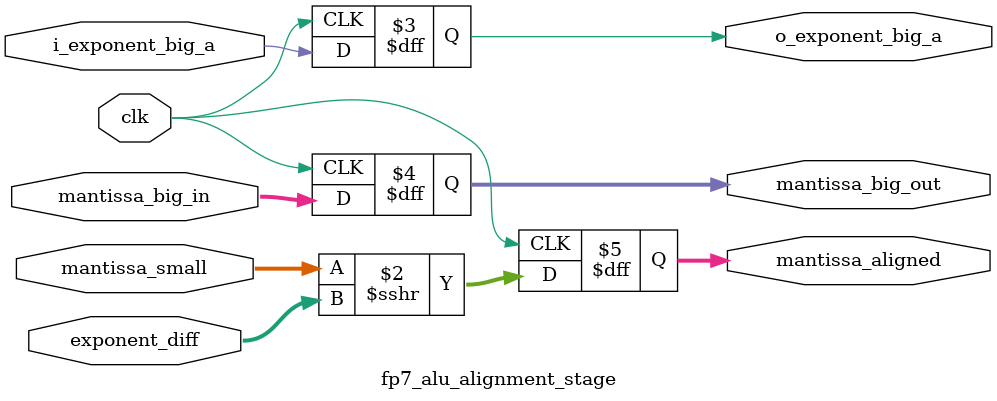
<source format=v>
`timescale 1ns / 1ps


module fp7_alu_alignment_stage
#(
  parameter EXPONENT_WIDTH = 8,
  parameter MANTISSA_WIDTH = 24
) (
  input  wire clk, //controll signal in
  input  wire i_exponent_big_a,
  input  wire signed [EXPONENT_WIDTH:0] exponent_diff,
  input  wire signed [MANTISSA_WIDTH-1:0] mantissa_big_in, mantissa_small, 
  output reg  o_exponent_big_a,
  output reg  signed [MANTISSA_WIDTH-1:0] mantissa_big_out, mantissa_aligned
);

  always @(posedge clk)
  begin
    mantissa_aligned <= mantissa_small >>> exponent_diff; //arthmetic shift right
    mantissa_big_out <= mantissa_big_in;
    o_exponent_big_a <= i_exponent_big_a;
  end
  
endmodule

</source>
